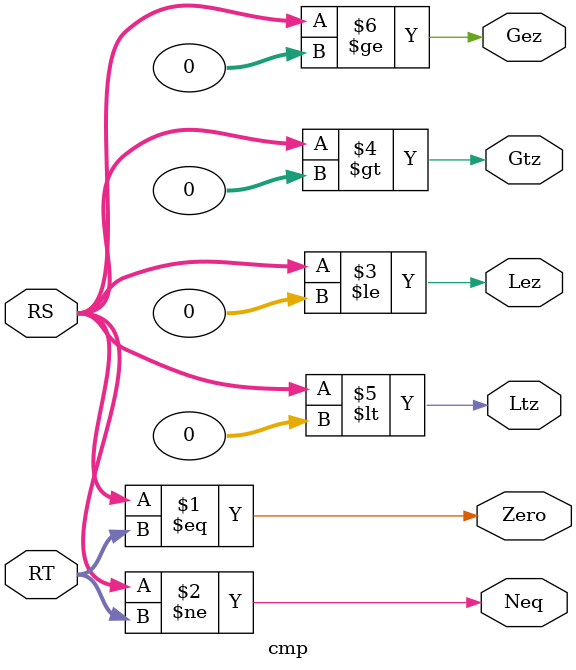
<source format=v>
`timescale 1ns / 1ps

module cmp(
    input [31:0] RS,
    input [31:0] RT,
    output Zero,
    output Neq,
    output Lez,
    output Gtz,
    output Ltz,
    output Gez
    );

assign Zero = RS == RT;
assign Neq  = RS != RT;
assign Lez  = $signed(RS) <= 0;
assign Gtz  = $signed(RS) >  0;
assign Ltz  = $signed(RS) <  0;
assign Gez  = $signed(RS) >= 0;

endmodule

</source>
